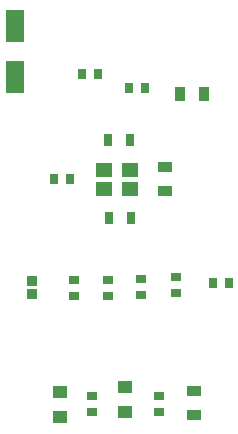
<source format=gbr>
G04*
G04 #@! TF.GenerationSoftware,Altium Limited,Altium Designer,22.4.2 (48)*
G04*
G04 Layer_Color=128*
%FSLAX25Y25*%
%MOIN*%
G70*
G04*
G04 #@! TF.SameCoordinates,BE1E711C-C8E7-489F-BFDC-0012772F392D*
G04*
G04*
G04 #@! TF.FilePolarity,Positive*
G04*
G01*
G75*
%ADD16R,0.03197X0.03666*%
%ADD19R,0.03197X0.02593*%
%ADD20R,0.04749X0.03765*%
%ADD22R,0.03765X0.04749*%
%ADD23R,0.02977X0.04355*%
%ADD33R,0.05512X0.04528*%
%ADD36R,0.02593X0.03197*%
%ADD39R,0.04724X0.04331*%
%ADD65R,0.06299X0.11024*%
D16*
X303500Y388872D02*
D03*
Y393128D02*
D03*
D19*
X346000Y349336D02*
D03*
Y354664D02*
D03*
X329000Y388000D02*
D03*
Y393328D02*
D03*
X317500Y388000D02*
D03*
Y393328D02*
D03*
X323500Y354664D02*
D03*
Y349336D02*
D03*
X340000Y388500D02*
D03*
Y393828D02*
D03*
X351500Y389000D02*
D03*
Y394328D02*
D03*
D20*
X357500Y348429D02*
D03*
Y356500D02*
D03*
X348000Y431035D02*
D03*
Y422965D02*
D03*
D22*
X352965Y455500D02*
D03*
X361035D02*
D03*
D23*
X336142Y440000D02*
D03*
X328858D02*
D03*
X329358Y414000D02*
D03*
X336642D02*
D03*
D33*
X327669Y430150D02*
D03*
X336331D02*
D03*
Y423850D02*
D03*
X327669D02*
D03*
D36*
X325664Y462000D02*
D03*
X320336D02*
D03*
X363836Y392500D02*
D03*
X369164D02*
D03*
X316164Y427000D02*
D03*
X310836D02*
D03*
X341164Y457500D02*
D03*
X335836D02*
D03*
D39*
X334500Y349366D02*
D03*
Y357634D02*
D03*
X313000Y347732D02*
D03*
Y356000D02*
D03*
D65*
X298000Y461071D02*
D03*
Y478000D02*
D03*
M02*

</source>
